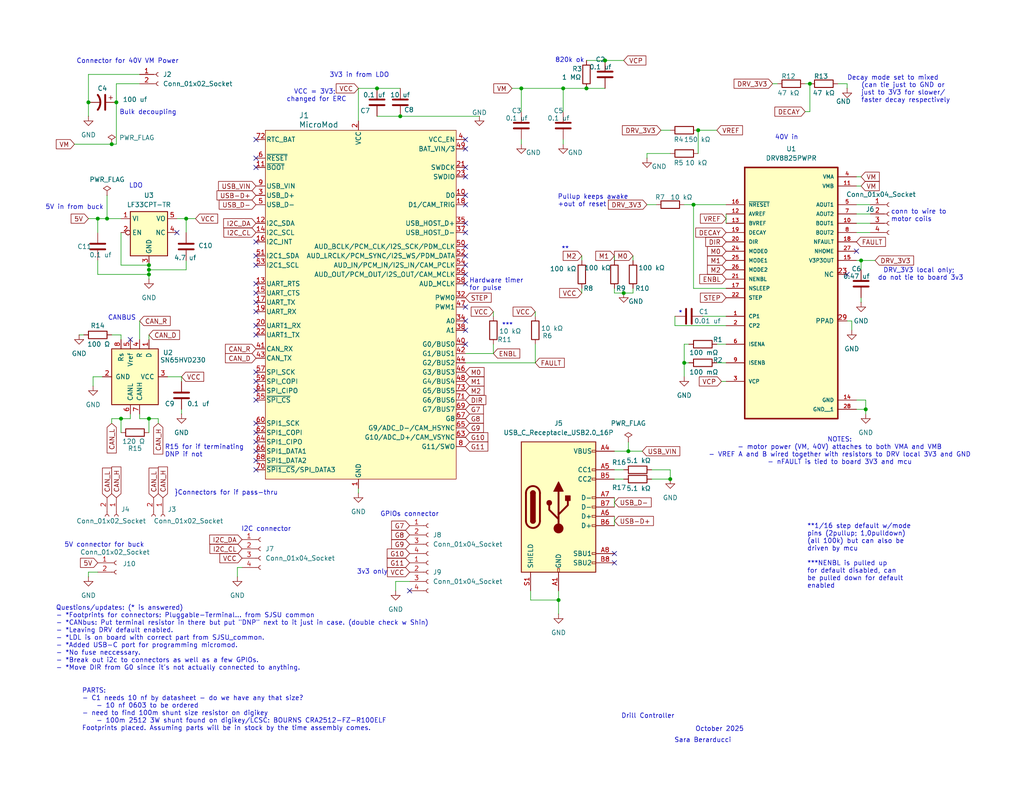
<source format=kicad_sch>
(kicad_sch (version 20250114) (generator "eeschema") (generator_version "9.0")
  (paper "USLetter")
  (title_block (rev "1") (comment 1 "Design for JLCPCB 1-2 Layer Service"))
  (text "R15 for if terminating\nDNP if not" (at 44.958 123.19 0) (effects (font (size 1.27 1.27)) (justify left)))
  (text "3V3 in from LDO" (at 98.044 20.574 0) (effects (font (size 1.27 1.27))))
  (text "***NENBL is pulled up \nfor default disabled, can\nbe pulled down for default\nenabled" (at 220.218 156.972 0) (effects (font (size 1.27 1.27)) (justify left)))
  (text "**" (at 153.162 68.072 0) (effects (font (size 1.27 1.27)) (justify left)))
  (text "VCC = 3V3; \nchanged for ERC" (at 86.36 26.162 0) (effects (font (size 1.27 1.27))))
  (text "Hardware timer \nfor pulse\n" (at 128.016 77.724 0) (effects (font (size 1.27 1.27)) (justify left)))
  (text "Connector for 40V VM Power " (at 35.306 16.764 0) (effects (font (size 1.27 1.27))))
  (text "NOTES:\n- motor power (VM, 40V) attaches to both VMA and VMB\n- VREF A and B wired together with resistors to DRV local 3V3 and GND\n- nFAULT is tied to board 3V3 and mcu\n" (at 229.108 123.19 0) (effects (font (size 1.27 1.27))))
  (text "conn to wire to\nmotor coils\n" (at 243.078 58.928 0) (effects (font (size 1.27 1.27)) (justify left)))
  (text "GPIOs connector" (at 111.76 140.462 0) (effects (font (size 1.27 1.27))))
  (text "}Connectors for if pass-thru" (at 61.722 134.62 0) (effects (font (size 1.27 1.27))))
  (text "Pullup keeps awake\n+out of reset" (at 152.146 54.864 0) (effects (font (size 1.27 1.27)) (justify left)))
  (text "**1/16 step default w/mode\npins (2pullup; 1,0pulldown)\n(all 100k) but can also be \ndriven by mcu\n" (at 220.218 146.812 0) (effects (font (size 1.27 1.27)) (justify left)))
  (text "October 2025" (at 196.342 199.136 0) (effects (font (size 1.27 1.27))))
  (text "PARTS:\n- C1 needs 10 nf by datasheet - do we have any that size?\n    - 10 nf 0603 to be ordered\n- need to find 100m shunt size resistor on digikey\n    - 100m 2512 3W shunt found on digikey/LCSC: BOURNS CRA2512-FZ-R100ELF\nFootprints placed. Assuming parts will be in stock by the time assembly comes." (at 22.352 193.802 0) (effects (font (size 1.27 1.27)) (justify left)))
  (text "Questions/updates: (* is answered)\n- *Footprints for connectors: Pluggable-Terminal... from SJSU common\n- *CANbus: Put terminal resistor in there but put \"DNP\" next to it just in case. (double check w Shin)\n- *Leaving DRV default enabled.\n- *LDL is on board with correct part from SJSU_common.\n- *Added USB-C port for programming micromod.\n- *No fuse neccessary.\n- *Break out i2c to connectors as well as a few GPIOs.\n- *Move DIR from G0 since it's not actually connected to anything." (at 15.24 174.244 0) (effects (font (size 1.27 1.27)) (justify left)))
  (text "*" (at 185.674 85.598 0) (effects (font (size 1.27 1.27))))
  (text "5V in from buck" (at 20.32 56.642 0) (effects (font (size 1.27 1.27))))
  (text "(can tie just to GND or\njust to 3V3 for slower/\nfaster decay respectively" (at 234.95 25.4 0) (effects (font (size 1.27 1.27)) (justify left)))
  (text "I2C connector" (at 72.644 144.526 0) (effects (font (size 1.27 1.27))))
  (text "820k ok" (at 155.448 16.51 0) (effects (font (size 1.27 1.27))))
  (text "CANBUS" (at 33.274 86.868 0) (effects (font (size 1.27 1.27))))
  (text "Decay mode set to mixed" (at 231.14 21.336 0) (effects (font (size 1.27 1.27)) (justify left)))
  (text "Bulk decoupling" (at 40.386 30.734 0) (effects (font (size 1.27 1.27))))
  (text "Sara Berarducci" (at 191.77 202.184 0) (effects (font (size 1.27 1.27))))
  (text "DRV_3V3 local only; \ndo not tie to board 3v3" (at 251.206 74.93 0) (effects (font (size 1.27 1.27))))
  (text "3v3 only" (at 101.6 156.21 0) (effects (font (size 1.27 1.27))))
  (text "5V connector for buck" (at 28.448 148.844 0) (effects (font (size 1.27 1.27))))
  (text "LDO" (at 37.084 50.8 0) (effects (font (size 1.27 1.27))))
  (text "Drill Controller" (at 176.784 195.58 0) (effects (font (size 1.27 1.27))))
  (text "***" (at 136.906 88.9 0) (effects (font (size 1.27 1.27)) (justify left)))
  (text "40V in" (at 214.63 37.592 0) (effects (font (size 1.27 1.27))))
  (junction (at 165.1 16.51))
  (junction (at 160.02 24.13))
  (junction (at 40.64 114.3))
  (junction (at 171.45 123.19))
  (junction (at 26.67 59.69))
  (junction (at 236.22 111.76))
  (junction (at 190.5 35.56))
  (junction (at 186.69 99.06))
  (junction (at 153.67 24.13))
  (junction (at 50.8 59.69))
  (junction (at 40.64 74.93))
  (junction (at 182.88 130.81))
  (junction (at 31.75 27.94))
  (junction (at 189.23 55.88))
  (junction (at 109.22 31.75))
  (junction (at 152.4 163.83))
  (junction (at 142.24 24.13))
  (junction (at 220.98 22.86))
  (junction (at 24.13 27.94))
  (junction (at 40.64 72.39))
  (junction (at 40.64 73.66))
  (junction (at 234.95 71.12))
  (junction (at 33.02 114.3))
  (junction (at 170.18 80.01))
  (junction (at 30.48 39.37))
  (junction (at 29.21 59.69))
  (junction (at 102.87 24.13))
  (no_connect (at 167.64 153.67))
  (no_connect (at 69.85 66.04))
  (no_connect (at 69.85 91.44))
  (no_connect (at 127 45.72))
  (no_connect (at 69.85 115.57))
  (no_connect (at 69.85 69.85))
  (no_connect (at 127 60.96))
  (no_connect (at 48.26 63.5))
  (no_connect (at 69.85 45.72))
  (no_connect (at 127 69.85))
  (no_connect (at 69.85 85.09))
  (no_connect (at 127 83.82))
  (no_connect (at 69.85 120.65))
  (no_connect (at 127 74.93))
  (no_connect (at 69.85 101.6))
  (no_connect (at 69.85 109.22))
  (no_connect (at 127 55.88))
  (no_connect (at 69.85 104.14))
  (no_connect (at 69.85 88.9))
  (no_connect (at 127 72.39))
  (no_connect (at 127 38.1))
  (no_connect (at 69.85 123.19))
  (no_connect (at 127 90.17))
  (no_connect (at 127 40.64))
  (no_connect (at 167.64 151.13))
  (no_connect (at 233.68 68.58))
  (no_connect (at 69.85 118.11))
  (no_connect (at 35.56 92.71))
  (no_connect (at 69.85 77.47))
  (no_connect (at 69.85 80.01))
  (no_connect (at 127 87.63))
  (no_connect (at 127 67.31))
  (no_connect (at 69.85 106.68))
  (no_connect (at 231.14 74.93))
  (no_connect (at 69.85 82.55))
  (no_connect (at 127 48.26))
  (no_connect (at 111.76 161.29))
  (no_connect (at 69.85 43.18))
  (no_connect (at 127 53.34))
  (no_connect (at 69.85 125.73))
  (no_connect (at 127 77.47))
  (no_connect (at 69.85 128.27))
  (no_connect (at 127 93.98))
  (no_connect (at 69.85 38.1))
  (no_connect (at 127 63.5))
  (no_connect (at 69.85 72.39))
  (wire (pts (xy 33.02 63.5) (xy 33.02 72.39)))
  (wire (pts (xy 198.12 88.9) (xy 184.15 88.9)))
  (wire (pts (xy 196.85 104.14) (xy 198.12 104.14)))
  (wire (pts (xy 190.5 35.56) (xy 195.58 35.56)))
  (wire (pts (xy 50.8 59.69) (xy 53.34 59.69)))
  (wire (pts (xy 33.02 72.39) (xy 40.64 72.39)))
  (wire (pts (xy 233.68 71.12) (xy 234.95 71.12)))
  (wire (pts (xy 186.69 99.06) (xy 186.69 102.87)))
  (wire (pts (xy 24.13 20.32) (xy 24.13 27.94)))
  (wire (pts (xy 167.64 78.74) (xy 167.64 80.01)))
  (wire (pts (xy 231.14 22.86) (xy 231.14 24.13)))
  (wire (pts (xy 40.64 91.44) (xy 40.64 92.71)))
  (wire (pts (xy 233.68 58.42) (xy 237.49 58.42)))
  (wire (pts (xy 182.88 41.91) (xy 176.53 41.91)))
  (wire (pts (xy 167.64 128.27) (xy 170.18 128.27)))
  (wire (pts (xy 142.24 24.13) (xy 142.24 30.48)))
  (wire (pts (xy 195.58 93.98) (xy 198.12 93.98)))
  (wire (pts (xy 153.67 24.13) (xy 160.02 24.13)))
  (wire (pts (xy 170.18 80.01) (xy 172.72 80.01)))
  (wire (pts (xy 170.18 80.01) (xy 167.64 80.01)))
  (wire (pts (xy 190.5 35.56) (xy 190.5 41.91)))
  (wire (pts (xy 234.95 73.66) (xy 234.95 71.12)))
  (wire (pts (xy 187.96 99.06) (xy 186.69 99.06)))
  (wire (pts (xy 20.32 39.37) (xy 30.48 39.37)))
  (wire (pts (xy 50.8 59.69) (xy 50.8 63.5)))
  (wire (pts (xy 167.64 135.89) (xy 167.64 138.43)))
  (wire (pts (xy 144.78 161.29) (xy 144.78 163.83)))
  (wire (pts (xy 134.62 85.09) (xy 134.62 86.36)))
  (wire (pts (xy 43.18 115.57) (xy 43.18 114.3)))
  (wire (pts (xy 31.75 27.94) (xy 31.75 39.37)))
  (wire (pts (xy 182.88 128.27) (xy 182.88 130.81)))
  (wire (pts (xy 30.48 114.3) (xy 33.02 114.3)))
  (wire (pts (xy 158.75 78.74) (xy 158.75 80.01)))
  (wire (pts (xy 31.75 22.86) (xy 38.1 22.86)))
  (wire (pts (xy 24.13 27.94) (xy 24.13 31.75)))
  (wire (pts (xy 160.02 24.13) (xy 165.1 24.13)))
  (wire (pts (xy 64.77 154.94) (xy 64.77 157.48)))
  (wire (pts (xy 231.14 87.63) (xy 232.41 87.63)))
  (wire (pts (xy 127 96.52) (xy 134.62 96.52)))
  (wire (pts (xy 158.75 69.85) (xy 158.75 71.12)))
  (wire (pts (xy 111.76 158.75) (xy 107.95 158.75)))
  (wire (pts (xy 180.34 35.56) (xy 182.88 35.56)))
  (wire (pts (xy 191.77 86.36) (xy 198.12 86.36)))
  (wire (pts (xy 167.64 69.85) (xy 167.64 71.12)))
  (wire (pts (xy 38.1 20.32) (xy 24.13 20.32)))
  (wire (pts (xy 26.67 74.93) (xy 40.64 74.93)))
  (wire (pts (xy 233.68 109.22) (xy 236.22 109.22)))
  (wire (pts (xy 236.22 109.22) (xy 236.22 111.76)))
  (wire (pts (xy 50.8 71.12) (xy 50.8 73.66)))
  (wire (pts (xy 26.67 71.12) (xy 26.67 74.93)))
  (wire (pts (xy 186.69 55.88) (xy 189.23 55.88)))
  (wire (pts (xy 153.67 38.1) (xy 153.67 39.37)))
  (wire (pts (xy 152.4 161.29) (xy 152.4 163.83)))
  (wire (pts (xy 167.64 130.81) (xy 170.18 130.81)))
  (wire (pts (xy 26.67 59.69) (xy 29.21 59.69)))
  (wire (pts (xy 219.71 22.86) (xy 220.98 22.86)))
  (wire (pts (xy 29.21 59.69) (xy 33.02 59.69)))
  (wire (pts (xy 33.02 114.3) (xy 35.56 114.3)))
  (wire (pts (xy 233.68 50.8) (xy 234.95 50.8)))
  (wire (pts (xy 29.21 53.34) (xy 29.21 59.69)))
  (wire (pts (xy 26.67 59.69) (xy 26.67 63.5)))
  (wire (pts (xy 146.05 93.98) (xy 146.05 99.06)))
  (wire (pts (xy 102.87 24.13) (xy 109.22 24.13)))
  (wire (pts (xy 40.64 74.93) (xy 40.64 76.2)))
  (wire (pts (xy 43.18 114.3) (xy 40.64 114.3)))
  (wire (pts (xy 153.67 24.13) (xy 153.67 30.48)))
  (wire (pts (xy 35.56 114.3) (xy 35.56 113.03)))
  (wire (pts (xy 33.02 91.44) (xy 33.02 92.71)))
  (wire (pts (xy 198.12 78.74) (xy 189.23 78.74)))
  (wire (pts (xy 233.68 55.88) (xy 237.49 55.88)))
  (wire (pts (xy 220.98 30.48) (xy 220.98 22.86)))
  (wire (pts (xy 176.53 55.88) (xy 179.07 55.88)))
  (wire (pts (xy 30.48 39.37) (xy 31.75 39.37)))
  (wire (pts (xy 38.1 87.63) (xy 38.1 92.71)))
  (wire (pts (xy 40.64 72.39) (xy 40.64 73.66)))
  (wire (pts (xy 186.69 93.98) (xy 186.69 99.06)))
  (wire (pts (xy 66.04 154.94) (xy 64.77 154.94)))
  (wire (pts (xy 234.95 81.28) (xy 234.95 82.55)))
  (wire (pts (xy 21.59 91.44) (xy 22.86 91.44)))
  (wire (pts (xy 25.4 102.87) (xy 25.4 105.41)))
  (wire (pts (xy 30.48 91.44) (xy 33.02 91.44)))
  (wire (pts (xy 234.95 71.12) (xy 238.76 71.12)))
  (wire (pts (xy 165.1 16.51) (xy 170.18 16.51)))
  (wire (pts (xy 49.53 104.14) (xy 49.53 102.87)))
  (wire (pts (xy 172.72 78.74) (xy 172.72 80.01)))
  (wire (pts (xy 49.53 102.87) (xy 45.72 102.87)))
  (wire (pts (xy 176.53 41.91) (xy 176.53 43.18)))
  (wire (pts (xy 167.64 140.97) (xy 167.64 143.51)))
  (wire (pts (xy 146.05 99.06) (xy 127 99.06)))
  (wire (pts (xy 177.8 130.81) (xy 182.88 130.81)))
  (wire (pts (xy 171.45 120.65) (xy 171.45 123.19)))
  (wire (pts (xy 38.1 114.3) (xy 38.1 113.03)))
  (wire (pts (xy 177.8 128.27) (xy 182.88 128.27)))
  (wire (pts (xy 210.82 22.86) (xy 212.09 22.86)))
  (wire (pts (xy 233.68 111.76) (xy 236.22 111.76)))
  (wire (pts (xy 49.53 111.76) (xy 49.53 113.03)))
  (wire (pts (xy 189.23 55.88) (xy 198.12 55.88)))
  (wire (pts (xy 24.13 156.21) (xy 24.13 157.48)))
  (wire (pts (xy 187.96 93.98) (xy 186.69 93.98)))
  (wire (pts (xy 97.79 24.13) (xy 97.79 33.02)))
  (wire (pts (xy 31.75 22.86) (xy 31.75 27.94)))
  (wire (pts (xy 142.24 39.37) (xy 142.24 38.1)))
  (wire (pts (xy 144.78 163.83) (xy 152.4 163.83)))
  (wire (pts (xy 236.22 111.76) (xy 236.22 113.03)))
  (wire (pts (xy 171.45 123.19) (xy 167.64 123.19)))
  (wire (pts (xy 50.8 73.66) (xy 40.64 73.66)))
  (wire (pts (xy 40.64 114.3) (xy 38.1 114.3)))
  (wire (pts (xy 33.02 114.3) (xy 33.02 118.11)))
  (wire (pts (xy 233.68 48.26) (xy 234.95 48.26)))
  (wire (pts (xy 97.79 24.13) (xy 102.87 24.13)))
  (wire (pts (xy 175.26 123.19) (xy 171.45 123.19)))
  (wire (pts (xy 107.95 158.75) (xy 107.95 161.29)))
  (wire (pts (xy 102.87 31.75) (xy 109.22 31.75)))
  (wire (pts (xy 97.79 133.35) (xy 97.79 134.62)))
  (wire (pts (xy 139.7 24.13) (xy 142.24 24.13)))
  (wire (pts (xy 40.64 114.3) (xy 40.64 118.11)))
  (wire (pts (xy 219.71 30.48) (xy 220.98 30.48)))
  (wire (pts (xy 26.67 156.21) (xy 24.13 156.21)))
  (wire (pts (xy 30.48 115.57) (xy 30.48 114.3)))
  (wire (pts (xy 24.13 59.69) (xy 26.67 59.69)))
  (wire (pts (xy 142.24 24.13) (xy 153.67 24.13)))
  (wire (pts (xy 27.94 102.87) (xy 25.4 102.87)))
  (wire (pts (xy 172.72 69.85) (xy 172.72 71.12)))
  (wire (pts (xy 233.68 63.5) (xy 237.49 63.5)))
  (wire (pts (xy 134.62 93.98) (xy 134.62 96.52)))
  (wire (pts (xy 195.58 99.06) (xy 198.12 99.06)))
  (wire (pts (xy 184.15 88.9) (xy 184.15 86.36)))
  (wire (pts (xy 48.26 59.69) (xy 50.8 59.69)))
  (wire (pts (xy 40.64 73.66) (xy 40.64 74.93)))
  (wire (pts (xy 232.41 87.63) (xy 232.41 90.17)))
  (wire (pts (xy 228.6 22.86) (xy 231.14 22.86)))
  (wire (pts (xy 233.68 60.96) (xy 237.49 60.96)))
  (wire (pts (xy 130.81 31.75) (xy 109.22 31.75)))
  (wire (pts (xy 152.4 163.83) (xy 152.4 167.64)))
  (wire (pts (xy 189.23 55.88) (xy 189.23 78.74)))
  (wire (pts (xy 198.12 58.42) (xy 198.12 60.96)))
  (wire (pts (xy 146.05 86.36) (xy 146.05 85.09)))
  (wire (pts (xy 160.02 16.51) (xy 165.1 16.51)))
  (global_label "I2C_DA" (shape input) (at 66.04 147.32 180) (property "Intersheetrefs" "${INTERSHEET_REFS}" (effects (hide yes))))
  (global_label "VCC" (shape input) (at 146.05 85.09 180) (property "Intersheetrefs" "${INTERSHEET_REFS}" (effects (hide yes))))
  (global_label "VCC" (shape input) (at 158.75 80.01 180) (property "Intersheetrefs" "${INTERSHEET_REFS}" (effects (hide yes))))
  (global_label "5V" (shape input) (at 26.67 153.67 180) (property "Intersheetrefs" "${INTERSHEET_REFS}" (effects (hide yes))))
  (global_label "CAN_H" (shape input) (at 31.75 135.89 90) (property "Intersheetrefs" "${INTERSHEET_REFS}" (effects (hide yes))))
  (global_label "VCC" (shape input) (at 53.34 59.69 0) (property "Intersheetrefs" "${INTERSHEET_REFS}" (effects (hide yes))))
  (global_label "ENBL" (shape input) (at 198.12 76.2 180) (property "Intersheetrefs" "${INTERSHEET_REFS}" (effects (hide yes))))
  (global_label "VCC" (shape input) (at 134.62 85.09 180) (property "Intersheetrefs" "${INTERSHEET_REFS}" (effects (hide yes))))
  (global_label "I2C_CL" (shape input) (at 66.04 149.86 180) (property "Intersheetrefs" "${INTERSHEET_REFS}" (effects (hide yes))))
  (global_label "CAN_R" (shape input) (at 38.1 87.63 0) (property "Intersheetrefs" "${INTERSHEET_REFS}" (effects (hide yes))))
  (global_label "I2C_DA" (shape input) (at 69.85 60.96 180) (property "Intersheetrefs" "${INTERSHEET_REFS}" (effects (hide yes))))
  (global_label "M0" (shape input) (at 172.72 69.85 180) (property "Intersheetrefs" "${INTERSHEET_REFS}" (effects (hide yes))))
  (global_label "M0" (shape input) (at 127 101.6 0) (property "Intersheetrefs" "${INTERSHEET_REFS}" (effects (hide yes))))
  (global_label "VM" (shape input) (at 139.7 24.13 180) (property "Intersheetrefs" "${INTERSHEET_REFS}" (effects (hide yes))))
  (global_label "CAN_D" (shape input) (at 40.64 91.44 0) (property "Intersheetrefs" "${INTERSHEET_REFS}" (effects (hide yes))))
  (global_label "DIR" (shape input) (at 127 109.22 0) (property "Intersheetrefs" "${INTERSHEET_REFS}" (effects (hide yes))))
  (global_label "CAN_H" (shape input) (at 43.18 115.57 270) (property "Intersheetrefs" "${INTERSHEET_REFS}" (effects (hide yes))))
  (global_label "VREF" (shape input) (at 198.12 59.69 180) (property "Intersheetrefs" "${INTERSHEET_REFS}" (effects (hide yes))))
  (global_label "FAULT" (shape input) (at 233.68 66.04 0) (property "Intersheetrefs" "${INTERSHEET_REFS}" (effects (hide yes))))
  (global_label "G7" (shape input) (at 111.76 143.51 180) (property "Intersheetrefs" "${INTERSHEET_REFS}" (effects (hide yes))))
  (global_label "VCC" (shape input) (at 97.79 24.13 180) (property "Intersheetrefs" "${INTERSHEET_REFS}" (effects (hide yes))))
  (global_label "DIR" (shape input) (at 198.12 66.04 180) (property "Intersheetrefs" "${INTERSHEET_REFS}" (effects (hide yes))))
  (global_label "FAULT" (shape input) (at 146.05 99.06 0) (property "Intersheetrefs" "${INTERSHEET_REFS}" (effects (hide yes))))
  (global_label "VCC" (shape input) (at 49.53 102.87 0) (property "Intersheetrefs" "${INTERSHEET_REFS}" (effects (hide yes))))
  (global_label "5V" (shape input) (at 24.13 59.69 180) (property "Intersheetrefs" "${INTERSHEET_REFS}" (effects (hide yes))))
  (global_label "G9" (shape input) (at 111.76 148.59 180) (property "Intersheetrefs" "${INTERSHEET_REFS}" (effects (hide yes))))
  (global_label "VCP" (shape input) (at 170.18 16.51 0) (property "Intersheetrefs" "${INTERSHEET_REFS}" (effects (hide yes))))
  (global_label "VM" (shape input) (at 20.32 39.37 180) (property "Intersheetrefs" "${INTERSHEET_REFS}" (effects (hide yes))))
  (global_label "DECAY" (shape input) (at 219.71 30.48 180) (property "Intersheetrefs" "${INTERSHEET_REFS}" (effects (hide yes))))
  (global_label "M0" (shape input) (at 198.12 68.58 180) (property "Intersheetrefs" "${INTERSHEET_REFS}" (effects (hide yes))))
  (global_label "G10" (shape input) (at 127 119.38 0) (property "Intersheetrefs" "${INTERSHEET_REFS}" (effects (hide yes))))
  (global_label "USB_D-" (shape input) (at 167.64 137.16 0) (property "Intersheetrefs" "${INTERSHEET_REFS}" (effects (hide yes))))
  (global_label "DRV_3V3" (shape input) (at 210.82 22.86 180) (property "Intersheetrefs" "${INTERSHEET_REFS}" (effects (hide yes))))
  (global_label "G10" (shape input) (at 111.76 151.13 180) (property "Intersheetrefs" "${INTERSHEET_REFS}" (effects (hide yes))))
  (global_label "VM" (shape input) (at 234.95 48.26 0) (property "Intersheetrefs" "${INTERSHEET_REFS}" (effects (hide yes))))
  (global_label "USB_VIN" (shape input) (at 69.85 50.8 180) (property "Intersheetrefs" "${INTERSHEET_REFS}" (effects (hide yes))))
  (global_label "VCC" (shape input) (at 111.76 156.21 180) (property "Intersheetrefs" "${INTERSHEET_REFS}" (effects (hide yes))))
  (global_label "M1" (shape input) (at 198.12 71.12 180) (property "Intersheetrefs" "${INTERSHEET_REFS}" (effects (hide yes))))
  (global_label "USB_D-" (shape input) (at 69.85 55.88 180) (property "Intersheetrefs" "${INTERSHEET_REFS}" (effects (hide yes))))
  (global_label "VM" (shape input) (at 234.95 50.8 0) (property "Intersheetrefs" "${INTERSHEET_REFS}" (effects (hide yes))))
  (global_label "M2" (shape input) (at 198.12 73.66 180) (property "Intersheetrefs" "${INTERSHEET_REFS}" (effects (hide yes))))
  (global_label "STEP" (shape input) (at 127 81.28 0) (property "Intersheetrefs" "${INTERSHEET_REFS}" (effects (hide yes))))
  (global_label "DRV_3V3" (shape input) (at 176.53 55.88 180) (property "Intersheetrefs" "${INTERSHEET_REFS}" (effects (hide yes))))
  (global_label "G8" (shape input) (at 111.76 146.05 180) (property "Intersheetrefs" "${INTERSHEET_REFS}" (effects (hide yes))))
  (global_label "M2" (shape input) (at 158.75 69.85 180) (property "Intersheetrefs" "${INTERSHEET_REFS}" (effects (hide yes))))
  (global_label "CAN_R" (shape input) (at 69.85 95.25 180) (property "Intersheetrefs" "${INTERSHEET_REFS}" (effects (hide yes))))
  (global_label "ENBL" (shape input) (at 134.62 96.52 0) (property "Intersheetrefs" "${INTERSHEET_REFS}" (effects (hide yes))))
  (global_label "CAN_L" (shape input) (at 29.21 135.89 90) (property "Intersheetrefs" "${INTERSHEET_REFS}" (effects (hide yes))))
  (global_label "G11" (shape input) (at 127 121.92 0) (property "Intersheetrefs" "${INTERSHEET_REFS}" (effects (hide yes))))
  (global_label "CAN_L" (shape input) (at 30.48 115.57 270) (property "Intersheetrefs" "${INTERSHEET_REFS}" (effects (hide yes))))
  (global_label "M2" (shape input) (at 127 106.68 0) (property "Intersheetrefs" "${INTERSHEET_REFS}" (effects (hide yes))))
  (global_label "I2C_CL" (shape input) (at 69.85 63.5 180) (property "Intersheetrefs" "${INTERSHEET_REFS}" (effects (hide yes))))
  (global_label "VREF" (shape input) (at 195.58 35.56 0) (property "Intersheetrefs" "${INTERSHEET_REFS}" (effects (hide yes))))
  (global_label "CAN_L" (shape input) (at 41.91 135.89 90) (property "Intersheetrefs" "${INTERSHEET_REFS}" (effects (hide yes))))
  (global_label "M1" (shape input) (at 167.64 69.85 180) (property "Intersheetrefs" "${INTERSHEET_REFS}" (effects (hide yes))))
  (global_label "USB_VIN" (shape input) (at 175.26 123.19 0) (property "Intersheetrefs" "${INTERSHEET_REFS}" (effects (hide yes))))
  (global_label "DECAY" (shape input) (at 198.12 63.5 180) (property "Intersheetrefs" "${INTERSHEET_REFS}" (effects (hide yes))))
  (global_label "VCP" (shape input) (at 196.85 104.14 180) (property "Intersheetrefs" "${INTERSHEET_REFS}" (effects (hide yes))))
  (global_label "VCC" (shape input) (at 66.04 152.4 180) (property "Intersheetrefs" "${INTERSHEET_REFS}" (effects (hide yes))))
  (global_label "G7" (shape input) (at 127 111.76 0) (property "Intersheetrefs" "${INTERSHEET_REFS}" (effects (hide yes))))
  (global_label "DRV_3V3" (shape input) (at 238.76 71.12 0) (property "Intersheetrefs" "${INTERSHEET_REFS}" (effects (hide yes))))
  (global_label "M1" (shape input) (at 127 104.14 0) (property "Intersheetrefs" "${INTERSHEET_REFS}" (effects (hide yes))))
  (global_label "G8" (shape input) (at 127 114.3 0) (property "Intersheetrefs" "${INTERSHEET_REFS}" (effects (hide yes))))
  (global_label "CAN_D" (shape input) (at 69.85 97.79 180) (property "Intersheetrefs" "${INTERSHEET_REFS}" (effects (hide yes))))
  (global_label "DRV_3V3" (shape input) (at 180.34 35.56 180) (property "Intersheetrefs" "${INTERSHEET_REFS}" (effects (hide yes))))
  (global_label "USB-D+" (shape input) (at 167.64 142.24 0) (property "Intersheetrefs" "${INTERSHEET_REFS}" (effects (hide yes))))
  (global_label "G9" (shape input) (at 127 116.84 0) (property "Intersheetrefs" "${INTERSHEET_REFS}" (effects (hide yes))))
  (global_label "G11" (shape input) (at 111.76 153.67 180) (property "Intersheetrefs" "${INTERSHEET_REFS}" (effects (hide yes))))
  (global_label "STEP" (shape input) (at 198.12 81.28 180) (property "Intersheetrefs" "${INTERSHEET_REFS}" (effects (hide yes))))
  (global_label "CAN_H" (shape input) (at 44.45 135.89 90) (property "Intersheetrefs" "${INTERSHEET_REFS}" (effects (hide yes))))
  (global_label "USB-D+" (shape input) (at 69.85 53.34 180) (property "Intersheetrefs" "${INTERSHEET_REFS}" (effects (hide yes))))
  (symbol (lib_id "Device:R") (at 215.9 22.86 270) (unit 1)
    (property "Reference" "R12" (at 215.138 20.828 90))
    (property "Value" "47 kΩ" (at 215.138 25.4 90))
    (property "Footprint" "Resistor_SMD:R_0603_1608Metric_Pad0.98x0.95mm_HandSolder" (effects (hide yes)))
    (property "Description" "Resistor" (effects (hide yes)))
  )
  (symbol (lib_id "power:GND") (at 21.59 91.44 0) (unit 1)
    (property "Reference" "#PWR012" (effects (hide yes)))
    (property "Value" "GND" (at 21.59 96.52 0))
    (property "Description" "Power symbol creates a global label with name \"GND\" , ground" (effects (hide yes)))
  )
  (symbol (lib_id "Device:R") (at 173.99 130.81 90) (unit 1)
    (property "Reference" "R17" (at 168.91 133.096 90))
    (property "Value" "5.1 kΩ" (at 174.244 133.35 90))
    (property "Footprint" "Resistor_SMD:R_0603_1608Metric_Pad0.98x0.95mm_HandSolder" (effects (hide yes)))
    (property "Description" "Resistor" (effects (hide yes)))
  )
  (symbol (lib_id "Connector:Conn_01x02_Socket") (at 44.45 140.97 270) (unit 1)
    (property "Reference" "J3" (at 45.72 139.0649 90) (effects (justify left)))
    (property "Value" "Conn_01x02_Socket" (at 41.91 142.24 90) (effects (justify left)))
    (property "Footprint" "SJSU_common:Pluggable_Terminal_2.54mm_2P_Horizontal" (effects (hide yes)))
    (property "Description" "Generic connector, single row, 01x02, script generated" (effects (hide yes)))
  )
  (symbol (lib_id "Device:C") (at 50.8 67.31 0) (unit 1)
    (property "Reference" "C10" (at 54.102 67.056 0) (effects (justify left)))
    (property "Value" "4.7 uf" (at 47.498 70.358 0) (effects (justify left)))
    (property "Footprint" "Capacitor_SMD:C_0603_1608Metric_Pad1.08x0.95mm_HandSolder" (effects (hide yes)))
    (property "Description" "Unpolarized capacitor" (effects (hide yes)))
  )
  (symbol (lib_id "Device:R") (at 172.72 74.93 0) (unit 1)
    (property "Reference" "R10" (at 175.26 78.74 0))
    (property "Value" "100 kΩ" (at 177.8 73.152 0))
    (property "Footprint" "Resistor_SMD:R_0603_1608Metric_Pad0.98x0.95mm_HandSolder" (effects (hide yes)))
    (property "Description" "Resistor" (effects (hide yes)))
  )
  (symbol (lib_id "Device:R") (at 182.88 55.88 270) (unit 1)
    (property "Reference" "R7" (at 180.086 53.848 90))
    (property "Value" "10 kΩ" (at 185.928 53.848 90))
    (property "Footprint" "Resistor_SMD:R_0603_1608Metric_Pad0.98x0.95mm_HandSolder" (effects (hide yes)))
    (property "Description" "Resistor" (effects (hide yes)))
  )
  (symbol (lib_id "power:PWR_FLAG") (at 29.21 53.34 0) (unit 1)
    (property "Reference" "#FLG01" (effects (hide yes)))
    (property "Value" "PWR_FLAG" (at 29.21 49.022 0))
    (property "Description" "Special symbol for telling ERC where power comes from" (effects (hide yes)))
  )
  (symbol (lib_id "Device:R") (at 158.75 74.93 0) (unit 1)
    (property "Reference" "R8" (at 160.528 78.74 0))
    (property "Value" "100 kΩ" (at 153.67 73.406 0))
    (property "Footprint" "Resistor_SMD:R_0603_1608Metric_Pad0.98x0.95mm_HandSolder" (effects (hide yes)))
    (property "Description" "Resistor" (effects (hide yes)))
  )
  (symbol (lib_id "Connector:Conn_01x04_Socket") (at 242.57 58.42 0) (unit 1)
    (property "Reference" "J6" (at 236.22 57.15 0) (effects (justify left)))
    (property "Value" "Conn_01x04_Socket" (at 230.886 53.086 0) (effects (justify left)))
    (property "Footprint" "SJSU_common:Pluggable_Terminal_2.54mm_4P_Horizontal" (effects (hide yes)))
    (property "Description" "Generic connector, single row, 01x04, script generated" (effects (hide yes)))
  )
  (symbol (lib_id "Device:C") (at 153.67 34.29 180) (unit 1)
    (property "Reference" "C5" (at 152.4 30.226 0))
    (property "Value" "0.1 uf" (at 152.4 32.258 0))
    (property "Footprint" "Capacitor_SMD:C_0603_1608Metric_Pad1.08x0.95mm_HandSolder" (effects (hide yes)))
    (property "Description" "Unpolarized capacitor" (effects (hide yes)))
  )
  (symbol (lib_id "power:GND") (at 130.81 31.75 0) (unit 1)
    (property "Reference" "#PWR06" (effects (hide yes)))
    (property "Value" "GND" (at 130.81 30.734 0))
    (property "Description" "Power symbol creates a global label with name \"GND\" , ground" (effects (hide yes)))
  )
  (symbol (lib_id "power:GND") (at 40.64 76.2 0) (unit 1)
    (property "Reference" "#PWR09" (effects (hide yes)))
    (property "Value" "GND" (at 40.64 81.28 0))
    (property "Description" "Power symbol creates a global label with name \"GND\" , ground" (effects (hide yes)))
  )
  (symbol (lib_id "power:PWR_FLAG") (at 30.48 39.37 0) (unit 1)
    (property "Reference" "#FLG03" (effects (hide yes)))
    (property "Value" "PWR_FLAG" (at 37.338 37.592 0))
    (property "Description" "Special symbol for telling ERC where power comes from" (effects (hide yes)))
  )
  (symbol (lib_id "Connector:Conn_01x04_Socket") (at 116.84 156.21 0) (unit 1)
    (property "Reference" "J9" (at 118.11 156.2099 0) (effects (justify left)))
    (property "Value" "Conn_01x04_Socket" (at 118.11 158.7499 0) (effects (justify left)))
    (property "Footprint" "SJSU_common:Pluggable_Terminal_2.54mm_4P_Horizontal" (effects (hide yes)))
    (property "Description" "Generic connector, single row, 01x04, script generated" (effects (hide yes)))
  )
  (symbol (lib_id "Device:R") (at 146.05 90.17 0) (unit 1)
    (property "Reference" "R6" (at 149.352 91.694 0))
    (property "Value" "10 kΩ" (at 150.622 89.662 0))
    (property "Footprint" "Resistor_SMD:R_0603_1608Metric_Pad0.98x0.95mm_HandSolder" (effects (hide yes)))
    (property "Description" "Resistor" (effects (hide yes)))
  )
  (symbol (lib_id "Device:C") (at 26.67 67.31 0) (unit 1)
    (property "Reference" "C11" (at 21.082 67.31 0) (effects (justify left)))
    (property "Value" "0.1 uf" (at 24.384 69.596 0) (effects (justify left)))
    (property "Footprint" "Capacitor_SMD:C_0603_1608Metric_Pad1.08x0.95mm_HandSolder" (effects (hide yes)))
    (property "Description" "Unpolarized capacitor" (effects (hide yes)))
  )
  (symbol (lib_id "Device:C") (at 187.96 86.36 90) (unit 1)
    (property "Reference" "C1" (at 192.024 85.09 90))
    (property "Value" "0.01 uf" (at 193.04 87.63 90))
    (property "Footprint" "Capacitor_SMD:C_0603_1608Metric_Pad1.08x0.95mm_HandSolder" (effects (hide yes)))
    (property "Description" "Unpolarized capacitor" (effects (hide yes)))
  )
  (symbol (lib_id "Device:R") (at 186.69 41.91 270) (unit 1)
    (property "Reference" "R5" (at 185.166 44.45 90))
    (property "Value" "10 kΩ" (at 189.992 44.45 90))
    (property "Footprint" "Resistor_SMD:R_0603_1608Metric_Pad0.98x0.95mm_HandSolder" (effects (hide yes)))
    (property "Description" "Resistor" (effects (hide yes)))
  )
  (symbol (lib_id "Device:R") (at 36.83 118.11 270) (unit 1)
    (property "Reference" "R15" (at 36.83 122.428 90))
    (property "Value" "120 Ω" (at 36.449 120.523 90))
    (property "Footprint" "Resistor_SMD:R_0603_1608Metric_Pad0.98x0.95mm_HandSolder" (effects (hide yes)))
    (property "Description" "Resistor" (effects (hide yes)))
  )
  (symbol (lib_id "power:GND") (at 176.53 43.18 0) (unit 1)
    (property "Reference" "#PWR03" (effects (hide yes)))
    (property "Value" "GND" (at 179.832 45.466 0))
    (property "Description" "Power symbol creates a global label with name \"GND\" , ground" (effects (hide yes)))
  )
  (symbol (lib_id "power:GND") (at 232.41 90.17 0) (unit 1)
    (property "Reference" "#PWR021" (effects (hide yes)))
    (property "Value" "GND" (at 232.41 95.25 0))
    (property "Description" "Power symbol creates a global label with name \"GND\" , ground" (effects (hide yes)))
  )
  (symbol (lib_id "power:GND") (at 49.53 113.03 0) (unit 1)
    (property "Reference" "#PWR011" (effects (hide yes)))
    (property "Value" "GND" (at 49.53 118.11 0))
    (property "Description" "Power symbol creates a global label with name \"GND\" , ground" (effects (hide yes)))
  )
  (symbol (lib_id "power:GND") (at 231.14 24.13 0) (unit 1)
    (property "Reference" "#PWR08" (effects (hide yes)))
    (property "Value" "GND" (at 230.124 27.686 0))
    (property "Description" "Power symbol creates a global label with name \"GND\" , ground" (effects (hide yes)))
  )
  (symbol (lib_id "Driver_Motor:DRV8825PWPR") (at 215.9 78.74 0) (unit 1)
    (property "Reference" "U1" (at 215.9 40.64 0))
    (property "Value" "DRV8825PWPR" (at 215.9 43.18 0))
    (property "Footprint" "Package_SO:HTSSOP-28-1EP_4.4x9.7mm_P0.65mm_EP2.75x6.2mm_ThermalVias" (effects (hide yes)))
  )
  (symbol (lib_id "power:GND") (at 170.18 80.01 0) (unit 1)
    (property "Reference" "#PWR07" (effects (hide yes)))
    (property "Value" "GND" (at 173.482 82.296 0))
    (property "Description" "Power symbol creates a global label with name \"GND\" , ground" (effects (hide yes)))
  )
  (symbol (lib_id "Device:C") (at 142.24 34.29 180) (unit 1)
    (property "Reference" "C3" (at 140.97 30.226 0))
    (property "Value" "0.1 uf" (at 140.97 32.258 0))
    (property "Footprint" "Capacitor_SMD:C_0603_1608Metric_Pad1.08x0.95mm_HandSolder" (effects (hide yes)))
    (property "Description" "Unpolarized capacitor" (effects (hide yes)))
  )
  (symbol (lib_id "power:GND") (at 153.67 39.37 0) (unit 1)
    (property "Reference" "#PWR04" (effects (hide yes)))
    (property "Value" "GND" (at 156.972 41.656 0))
    (property "Description" "Power symbol creates a global label with name \"GND\" , ground" (effects (hide yes)))
  )
  (symbol (lib_id "power:GND") (at 234.95 82.55 0) (unit 1)
    (property "Reference" "#PWR05" (effects (hide yes)))
    (property "Value" "GND" (at 234.95 87.63 0))
    (property "Description" "Power symbol creates a global label with name \"GND\" , ground" (effects (hide yes)))
  )
  (symbol (lib_id "Device:R") (at 26.67 91.44 90) (unit 1)
    (property "Reference" "R14" (at 26.67 88.9 90))
    (property "Value" "100 Ω" (at 26.924 93.98 90))
    (property "Footprint" "Resistor_SMD:R_0603_1608Metric_Pad0.98x0.95mm_HandSolder" (effects (hide yes)))
    (property "Description" "Resistor" (effects (hide yes)))
  )
  (symbol (lib_id "Connector:Conn_01x04_Socket") (at 71.12 149.86 0) (unit 1)
    (property "Reference" "J7" (at 72.39 149.8599 0) (effects (justify left)))
    (property "Value" "Conn_01x04_Socket" (at 72.39 152.3999 0) (effects (justify left)))
    (property "Footprint" "SJSU_common:Pluggable_Terminal_2.54mm_4P_Horizontal" (effects (hide yes)))
    (property "Description" "Generic connector, single row, 01x04, script generated" (effects (hide yes)))
  )
  (symbol (lib_id "power:GND") (at 24.13 31.75 0) (unit 1)
    (property "Reference" "#PWR02" (effects (hide yes)))
    (property "Value" "GND" (at 24.13 36.83 0))
    (property "Description" "Power symbol creates a global label with name \"GND\" , ground" (effects (hide yes)))
  )
  (symbol (lib_id "power:GND") (at 186.69 102.87 0) (unit 1)
    (property "Reference" "#PWR014" (effects (hide yes)))
    (property "Value" "GND" (at 186.69 107.95 0))
    (property "Description" "Power symbol creates a global label with name \"GND\" , ground" (effects (hide yes)))
  )
  (symbol (lib_id "Device:C") (at 109.22 27.94 0) (unit 1)
    (property "Reference" "C8" (at 110.236 29.972 0) (effects (justify left)))
    (property "Value" "10 uf" (at 106.426 25.908 0) (effects (justify left)))
    (property "Footprint" "Capacitor_SMD:C_0603_1608Metric_Pad1.08x0.95mm_HandSolder" (effects (hide yes)))
    (property "Description" "Unpolarized capacitor" (effects (hide yes)))
  )
  (symbol (lib_id "Device:R") (at 186.69 35.56 270) (unit 1)
    (property "Reference" "R4" (at 185.166 38.1 90))
    (property "Value" "150 kΩ" (at 190.246 38.1 90))
    (property "Footprint" "Resistor_SMD:R_0603_1608Metric_Pad0.98x0.95mm_HandSolder" (effects (hide yes)))
    (property "Description" "Resistor" (effects (hide yes)))
  )
  (symbol (lib_id "Device:R") (at 191.77 93.98 90) (unit 1)
    (property "Reference" "R1" (at 195.834 92.71 90))
    (property "Value" "100 mΩ" (at 192.024 96.266 90))
    (property "Footprint" "Resistor_SMD:R_2512_6332Metric_Pad1.40x3.35mm_HandSolder" (effects (hide yes)))
    (property "Description" "Resistor" (effects (hide yes)))
  )
  (symbol (lib_id "Connector:Conn_01x02_Socket") (at 31.75 153.67 0) (unit 1)
    (property "Reference" "J10" (at 37.084 153.924 0) (effects (justify right)))
    (property "Value" "Conn_01x02_Socket" (at 40.894 150.7489 0) (effects (justify right)))
    (property "Footprint" "SJSU_common:Pluggable_Terminal_2.54mm_2P_Horizontal" (effects (hide yes)))
    (property "Description" "Generic connector, single row, 01x02, script generated" (effects (hide yes)))
  )
  (symbol (lib_id "Connector:Conn_01x02_Socket") (at 31.75 140.97 270) (unit 1)
    (property "Reference" "J4" (at 33.02 139.0649 90) (effects (justify left)))
    (property "Value" "Conn_01x02_Socket" (at 20.828 142.24 90) (effects (justify left)))
    (property "Footprint" "SJSU_common:Pluggable_Terminal_2.54mm_2P_Horizontal" (effects (hide yes)))
    (property "Description" "Generic connector, single row, 01x02, script generated" (effects (hide yes)))
  )
  (symbol (lib_id "power:GND") (at 25.4 105.41 0) (unit 1)
    (property "Reference" "#PWR010" (effects (hide yes)))
    (property "Value" "GND" (at 25.4 110.49 0))
    (property "Description" "Power symbol creates a global label with name \"GND\" , ground" (effects (hide yes)))
  )
  (symbol (lib_id "Device:C_Polarized_US") (at 27.94 27.94 270) (unit 1)
    (property "Reference" "C4" (at 27.94 24.13 90))
    (property "Value" "100 uf" (at 36.83 27.178 90))
    (property "Footprint" "Capacitor_THT:CP_Radial_D6.3mm_P2.50mm" (effects (hide yes)))
    (property "Description" "Polarized capacitor, US symbol" (effects (hide yes)))
  )
  (symbol (lib_id "Connector:Conn_01x04_Socket") (at 116.84 146.05 0) (unit 1)
    (property "Reference" "J8" (at 118.11 146.0499 0) (effects (justify left)))
    (property "Value" "Conn_01x04_Socket" (at 118.11 148.5899 0) (effects (justify left)))
    (property "Footprint" "SJSU_common:Pluggable_Terminal_2.54mm_4P_Horizontal" (effects (hide yes)))
    (property "Description" "Generic connector, single row, 01x04, script generated" (effects (hide yes)))
  )
  (symbol (lib_id "Device:R") (at 134.62 90.17 0) (unit 1)
    (property "Reference" "R11" (at 137.668 92.71 0))
    (property "Value" "10 kΩ" (at 139.192 90.424 0))
    (property "Footprint" "Resistor_SMD:R_0603_1608Metric_Pad0.98x0.95mm_HandSolder" (effects (hide yes)))
    (property "Description" "Resistor" (effects (hide yes)))
  )
  (symbol (lib_id "Device:C") (at 49.53 107.95 0) (unit 1)
    (property "Reference" "C9" (at 44.958 110.236 0) (effects (justify left)))
    (property "Value" "0.1 uf" (at 51.054 110.236 0) (effects (justify left)))
    (property "Footprint" "Capacitor_SMD:C_0603_1608Metric_Pad1.08x0.95mm_HandSolder" (effects (hide yes)))
    (property "Description" "Unpolarized capacitor" (effects (hide yes)))
  )
  (symbol (lib_id "Interface_CAN_LIN:SN65HVD230") (at 38.1 102.87 270) (unit 1)
    (property "Reference" "U2" (at 44.45 96.266 90) (effects (justify left)))
    (property "Value" "SN65HVD230" (at 43.688 98.298 90) (effects (justify left)))
    (property "Footprint" "Package_SO:SOIC-8_3.9x4.9mm_P1.27mm" (effects (hide yes)))
    (property "Datasheet" "http://www.ti.com/lit/ds/symlink/sn65hvd230.pdf" (effects (hide yes)))
    (property "Description" "CAN Bus Transceivers, 3.3V, 1Mbps, Low-Power capabilities, SOIC-8" (effects (hide yes)))
  )
  (symbol (lib_id "power:GND") (at 236.22 113.03 0) (unit 1)
    (property "Reference" "#PWR01" (effects (hide yes)))
    (property "Value" "GND" (at 236.22 118.11 0))
    (property "Description" "Power symbol creates a global label with name \"GND\" , ground" (effects (hide yes)))
  )
  (symbol (lib_id "power:GND") (at 152.4 167.64 0) (unit 1)
    (property "Reference" "#PWR016" (effects (hide yes)))
    (property "Value" "GND" (at 152.4 172.72 0))
    (property "Description" "Power symbol creates a global label with name \"GND\" , ground" (effects (hide yes)))
  )
  (symbol (lib_id "power:GND") (at 97.79 134.62 0) (unit 1)
    (property "Reference" "#PWR013" (effects (hide yes)))
    (property "Value" "GND" (at 97.79 139.7 0))
    (property "Description" "Power symbol creates a global label with name \"GND\" , ground" (effects (hide yes)))
  )
  (symbol (lib_id "power:PWR_FLAG") (at 171.45 120.65 0) (unit 1)
    (property "Reference" "#FLG02" (effects (hide yes)))
    (property "Value" "PWR_FLAG" (at 171.45 115.57 0))
    (property "Description" "Special symbol for telling ERC where power comes from" (effects (hide yes)))
  )
  (symbol (lib_id "Device:R") (at 224.79 22.86 270) (unit 1)
    (property "Reference" "R13" (at 224.028 20.828 90))
    (property "Value" "47 kΩ" (at 224.79 25.4 90))
    (property "Footprint" "Resistor_SMD:R_0603_1608Metric_Pad0.98x0.95mm_HandSolder" (effects (hide yes)))
    (property "Description" "Resistor" (effects (hide yes)))
  )
  (symbol (lib_id "Connector:USB_C_Receptacle_USB2.0_16P") (at 152.4 138.43 0) (unit 1)
    (property "Reference" "J5" (at 152.4 115.57 0))
    (property "Value" "USB_C_Receptacle_USB2.0_16P" (at 152.4 118.11 0))
    (property "Footprint" "Connector_USB:USB_C_Receptacle_HRO_TYPE-C-31-M-12" (effects (hide yes)))
    (property "Datasheet" "https://www.usb.org/sites/default/files/documents/usb_type-c.zip" (effects (hide yes)))
    (property "Description" "USB 2.0-only 16P Type-C Receptacle connector" (effects (hide yes)))
  )
  (symbol (lib_id "Device:R") (at 160.02 20.32 180) (unit 1)
    (property "Reference" "R3" (at 157.48 18.796 0))
    (property "Value" "1 MΩ" (at 155.956 21.082 0))
    (property "Footprint" "Resistor_SMD:R_0603_1608Metric_Pad0.98x0.95mm_HandSolder" (effects (hide yes)))
    (property "Description" "Resistor" (effects (hide yes)))
  )
  (symbol (lib_id "Device:R") (at 167.64 74.93 0) (unit 1)
    (property "Reference" "R9" (at 169.418 78.74 0))
    (property "Value" "100 kΩ" (at 163.068 73.152 0))
    (property "Footprint" "Resistor_SMD:R_0603_1608Metric_Pad0.98x0.95mm_HandSolder" (effects (hide yes)))
    (property "Description" "Resistor" (effects (hide yes)))
  )
  (symbol (lib_id "power:GND") (at 107.95 161.29 0) (unit 1)
    (property "Reference" "#PWR019" (effects (hide yes)))
    (property "Value" "GND" (at 107.95 166.37 0))
    (property "Description" "Power symbol creates a global label with name \"GND\" , ground" (effects (hide yes)))
  )
  (symbol (lib_id "Device:C") (at 234.95 77.47 180) (unit 1)
    (property "Reference" "C6" (at 233.68 73.406 0))
    (property "Value" "0.47 uf" (at 233.68 75.438 0))
    (property "Footprint" "Capacitor_SMD:C_0603_1608Metric_Pad1.08x0.95mm_HandSolder" (effects (hide yes)))
    (property "Description" "Unpolarized capacitor" (effects (hide yes)))
  )
  (symbol (lib_id "Device:C") (at 102.87 27.94 0) (unit 1)
    (property "Reference" "C7" (at 98.298 30.226 0) (effects (justify left)))
    (property "Value" "0.1 uf" (at 99.06 25.908 0) (effects (justify left)))
    (property "Footprint" "Capacitor_SMD:C_0603_1608Metric_Pad1.08x0.95mm_HandSolder" (effects (hide yes)))
    (property "Description" "Unpolarized capacitor" (effects (hide yes)))
  )
  (symbol (lib_id "power:GND") (at 182.88 130.81 0) (unit 1)
    (property "Reference" "#PWR017" (effects (hide yes)))
    (property "Value" "GND" (at 182.88 135.89 0))
    (property "Description" "Power symbol creates a global label with name \"GND\" , ground" (effects (hide yes)))
  )
  (symbol (lib_id "Connector:Conn_01x02_Socket") (at 43.18 20.32 0) (unit 1)
    (property "Reference" "J2" (at 44.45 20.3199 0) (effects (justify left)))
    (property "Value" "Conn_01x02_Socket" (at 44.45 22.8599 0) (effects (justify left)))
    (property "Footprint" "Connector_AMASS:AMASS_XT30PW-F_1x02_P2.50mm_Horizontal" (effects (hide yes)))
    (property "Description" "Generic connector, single row, 01x02, script generated" (effects (hide yes)))
  )
  (symbol (lib_id "SJSU_common:MicroMod") (at 81.28 38.1 0) (unit 1)
    (property "Reference" "J1" (at 81.534 31.496 0) (effects (font (size 1.524 1.524)) (justify left)))
    (property "Value" "MicroMod" (at 81.534 34.036 0) (effects (font (size 1.524 1.524)) (justify left)))
    (property "Footprint" "SJSU_common:micromod" (effects (hide yes)))
    (property "Datasheet" "https://cdn.sparkfun.com/assets/learn_tutorials/1/2/0/6/SparkFun_MicroMod_Interface_v1.0_-_Pin_Descriptions.pdf" (effects (hide yes)))
    (property "Description" "A microprocessor board mount" (effects (hide yes)))
  )
  (symbol (lib_id "Device:C") (at 165.1 20.32 180) (unit 1)
    (property "Reference" "C2" (at 163.83 16.256 0))
    (property "Value" "0.1 uf" (at 163.83 18.288 0))
    (property "Footprint" "Capacitor_SMD:C_0603_1608Metric_Pad1.08x0.95mm_HandSolder" (effects (hide yes)))
    (property "Description" "Unpolarized capacitor" (effects (hide yes)))
  )
  (symbol (lib_id "power:GND") (at 142.24 39.37 0) (unit 1)
    (property "Reference" "#PWR015" (effects (hide yes)))
    (property "Value" "GND" (at 145.542 41.656 0))
    (property "Description" "Power symbol creates a global label with name \"GND\" , ground" (effects (hide yes)))
  )
  (symbol (lib_id "Device:R") (at 173.99 128.27 90) (unit 1)
    (property "Reference" "R16" (at 168.91 126.238 90))
    (property "Value" "5.1 kΩ" (at 174.244 125.73 90))
    (property "Footprint" "Resistor_SMD:R_0603_1608Metric_Pad0.98x0.95mm_HandSolder" (effects (hide yes)))
    (property "Description" "Resistor" (effects (hide yes)))
  )
  (symbol (lib_id "Device:R") (at 191.77 99.06 90) (unit 1)
    (property "Reference" "R2" (at 195.834 98.298 90))
    (property "Value" "100 mΩ" (at 192.024 101.6 90))
    (property "Footprint" "Resistor_SMD:R_2512_6332Metric_Pad1.40x3.35mm_HandSolder" (effects (hide yes)))
    (property "Description" "Resistor" (effects (hide yes)))
  )
  (symbol (lib_id "power:GND") (at 64.77 157.48 0) (unit 1)
    (property "Reference" "#PWR018" (effects (hide yes)))
    (property "Value" "GND" (at 64.77 162.56 0))
    (property "Description" "Power symbol creates a global label with name \"GND\" , ground" (effects (hide yes)))
  )
  (symbol (lib_id "power:GND") (at 24.13 157.48 0) (unit 1)
    (property "Reference" "#PWR020" (effects (hide yes)))
    (property "Value" "GND" (at 24.13 162.56 0))
    (property "Description" "Power symbol creates a global label with name \"GND\" , ground" (effects (hide yes)))
  )
  (symbol (lib_id "SJSU_common:LF33CPT-TR") (at 40.64 55.88 0) (unit 1)
    (property "Reference" "U3" (at 40.64 53.34 0))
    (property "Value" "LF33CPT-TR" (at 40.64 55.88 0))
    (property "Footprint" "SJSU_common:TO-252AD" (effects (hide yes)))
    (property "Datasheet" "https://www.st.com/content/ccc/resource/technical/document/datasheet/c4/0e/7e/2a/be/bc/4c/bd/CD00000546.pdf/files/CD00000546.pdf/jcr:content/translations/en.CD00000546.pdf" (effects (hide yes)))
    (property "Description" "IC REG LINEAR 3.3V 500MA PPAK" (effects (hide yes)))
  )
)
</source>
